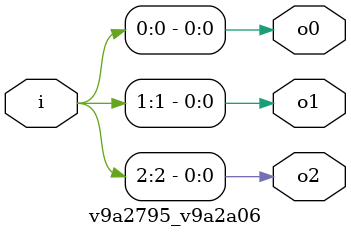
<source format=v>
module v9a2795_v9a2a06 (
 input [2:0] i,
 output o2,
 output o1,
 output o0
);
 assign o2 = i[2];
 assign o1 = i[1];
 assign o0 = i[0];
endmodule
</source>
